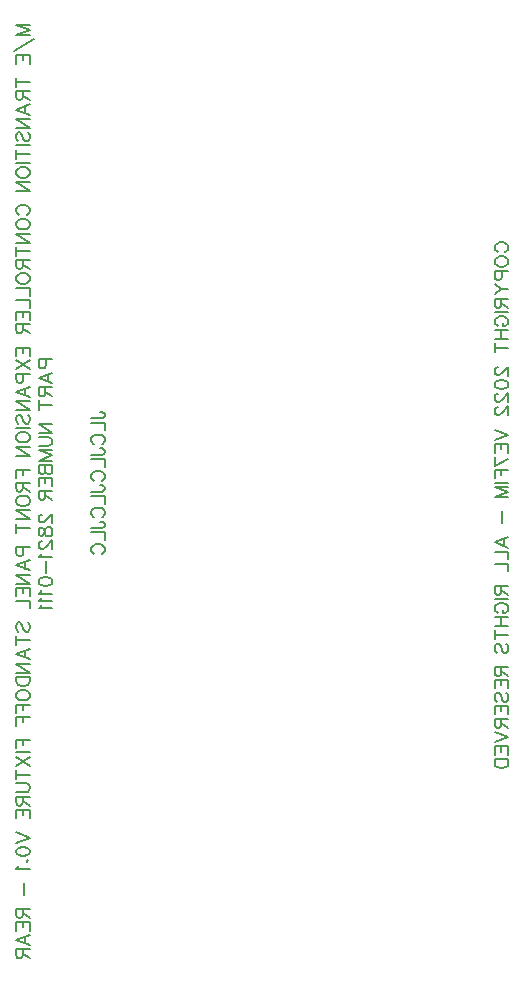
<source format=gbo>
G04 Layer: BottomSilkscreenLayer*
G04 EasyEDA v6.5.29, 2023-07-16 15:11:24*
G04 8e63474119ad402bbd214b4fb5fb20c4,5a6b42c53f6a479593ecc07194224c93,10*
G04 Gerber Generator version 0.2*
G04 Scale: 100 percent, Rotated: No, Reflected: No *
G04 Dimensions in millimeters *
G04 leading zeros omitted , absolute positions ,4 integer and 5 decimal *
%FSLAX45Y45*%
%MOMM*%

%ADD10C,0.2032*%
%ADD11C,0.2030*%

%LPD*%
D10*
X1301310Y7340600D02*
G01*
X1415854Y7340600D01*
X1301310Y7340600D02*
G01*
X1301310Y7291509D01*
X1306763Y7275146D01*
X1312217Y7269690D01*
X1323126Y7264237D01*
X1339491Y7264237D01*
X1350400Y7269690D01*
X1355854Y7275146D01*
X1361310Y7291509D01*
X1361310Y7340600D01*
X1301310Y7184600D02*
G01*
X1415854Y7228235D01*
X1301310Y7184600D02*
G01*
X1415854Y7140963D01*
X1377673Y7211872D02*
G01*
X1377673Y7157328D01*
X1301310Y7104964D02*
G01*
X1415854Y7104964D01*
X1301310Y7104964D02*
G01*
X1301310Y7055873D01*
X1306763Y7039510D01*
X1312217Y7034055D01*
X1323126Y7028601D01*
X1334035Y7028601D01*
X1344945Y7034055D01*
X1350400Y7039510D01*
X1355854Y7055873D01*
X1355854Y7104964D01*
X1355854Y7066782D02*
G01*
X1415854Y7028601D01*
X1301310Y6954418D02*
G01*
X1415854Y6954418D01*
X1301310Y6992599D02*
G01*
X1301310Y6916237D01*
X1301310Y6796237D02*
G01*
X1415854Y6796237D01*
X1301310Y6796237D02*
G01*
X1415854Y6719874D01*
X1301310Y6719874D02*
G01*
X1415854Y6719874D01*
X1301310Y6683872D02*
G01*
X1383126Y6683872D01*
X1399491Y6678419D01*
X1410400Y6667510D01*
X1415854Y6651147D01*
X1415854Y6640238D01*
X1410400Y6623872D01*
X1399491Y6612966D01*
X1383126Y6607510D01*
X1301310Y6607510D01*
X1301310Y6571510D02*
G01*
X1415854Y6571510D01*
X1301310Y6571510D02*
G01*
X1415854Y6527873D01*
X1301310Y6484238D02*
G01*
X1415854Y6527873D01*
X1301310Y6484238D02*
G01*
X1415854Y6484238D01*
X1301310Y6448237D02*
G01*
X1415854Y6448237D01*
X1301310Y6448237D02*
G01*
X1301310Y6399146D01*
X1306763Y6382783D01*
X1312217Y6377330D01*
X1323126Y6371874D01*
X1334035Y6371874D01*
X1344945Y6377330D01*
X1350400Y6382783D01*
X1355854Y6399146D01*
X1355854Y6448237D02*
G01*
X1355854Y6399146D01*
X1361310Y6382783D01*
X1366763Y6377330D01*
X1377673Y6371874D01*
X1394035Y6371874D01*
X1404945Y6377330D01*
X1410400Y6382783D01*
X1415854Y6399146D01*
X1415854Y6448237D01*
X1301310Y6335875D02*
G01*
X1415854Y6335875D01*
X1301310Y6335875D02*
G01*
X1301310Y6264965D01*
X1355854Y6335875D02*
G01*
X1355854Y6292237D01*
X1415854Y6335875D02*
G01*
X1415854Y6264965D01*
X1301310Y6228966D02*
G01*
X1415854Y6228966D01*
X1301310Y6228966D02*
G01*
X1301310Y6179875D01*
X1306763Y6163510D01*
X1312217Y6158057D01*
X1323126Y6152602D01*
X1334035Y6152602D01*
X1344945Y6158057D01*
X1350400Y6163510D01*
X1355854Y6179875D01*
X1355854Y6228966D01*
X1355854Y6190785D02*
G01*
X1415854Y6152602D01*
X1328582Y6027148D02*
G01*
X1323126Y6027148D01*
X1312217Y6021692D01*
X1306763Y6016238D01*
X1301310Y6005329D01*
X1301310Y5983511D01*
X1306763Y5972601D01*
X1312217Y5967148D01*
X1323126Y5961692D01*
X1334035Y5961692D01*
X1344945Y5967148D01*
X1361310Y5978057D01*
X1415854Y6032601D01*
X1415854Y5956239D01*
X1301310Y5892967D02*
G01*
X1306763Y5909330D01*
X1317673Y5914783D01*
X1328582Y5914783D01*
X1339491Y5909330D01*
X1344945Y5898421D01*
X1350400Y5876602D01*
X1355854Y5860239D01*
X1366763Y5849330D01*
X1377673Y5843874D01*
X1394035Y5843874D01*
X1404945Y5849330D01*
X1410400Y5854783D01*
X1415854Y5871149D01*
X1415854Y5892967D01*
X1410400Y5909330D01*
X1404945Y5914783D01*
X1394035Y5920239D01*
X1377673Y5920239D01*
X1366763Y5914783D01*
X1355854Y5903874D01*
X1350400Y5887511D01*
X1344945Y5865693D01*
X1339491Y5854783D01*
X1328582Y5849330D01*
X1317673Y5849330D01*
X1306763Y5854783D01*
X1301310Y5871149D01*
X1301310Y5892967D01*
X1328582Y5802421D02*
G01*
X1323126Y5802421D01*
X1312217Y5796965D01*
X1306763Y5791512D01*
X1301310Y5780603D01*
X1301310Y5758784D01*
X1306763Y5747875D01*
X1312217Y5742421D01*
X1323126Y5736965D01*
X1334035Y5736965D01*
X1344945Y5742421D01*
X1361310Y5753331D01*
X1415854Y5807875D01*
X1415854Y5731512D01*
X1323126Y5695513D02*
G01*
X1317673Y5684603D01*
X1301310Y5668238D01*
X1415854Y5668238D01*
X1366763Y5632239D02*
G01*
X1366763Y5534058D01*
X1301310Y5465330D02*
G01*
X1306763Y5481693D01*
X1323126Y5492602D01*
X1350400Y5498058D01*
X1366763Y5498058D01*
X1394035Y5492602D01*
X1410400Y5481693D01*
X1415854Y5465330D01*
X1415854Y5454421D01*
X1410400Y5438058D01*
X1394035Y5427149D01*
X1366763Y5421693D01*
X1350400Y5421693D01*
X1323126Y5427149D01*
X1306763Y5438058D01*
X1301310Y5454421D01*
X1301310Y5465330D01*
X1323126Y5385694D02*
G01*
X1317673Y5374784D01*
X1301310Y5358422D01*
X1415854Y5358422D01*
X1323126Y5322422D02*
G01*
X1317673Y5311513D01*
X1301310Y5295150D01*
X1415854Y5295150D01*
X1323126Y5259148D02*
G01*
X1317673Y5248239D01*
X1301310Y5231876D01*
X1415854Y5231876D01*
X1745742Y6841489D02*
G01*
X1833118Y6841489D01*
X1849373Y6847078D01*
X1854962Y6852412D01*
X1860295Y6863334D01*
X1860295Y6874255D01*
X1854962Y6885178D01*
X1849373Y6890765D01*
X1833118Y6896100D01*
X1822195Y6896100D01*
X1745742Y6805676D02*
G01*
X1860295Y6805676D01*
X1860295Y6805676D02*
G01*
X1860295Y6740144D01*
X1773173Y6622287D02*
G01*
X1762252Y6627621D01*
X1751329Y6638544D01*
X1745742Y6649465D01*
X1745742Y6671310D01*
X1751329Y6682231D01*
X1762252Y6693154D01*
X1773173Y6698742D01*
X1789429Y6704076D01*
X1816607Y6704076D01*
X1833118Y6698742D01*
X1844039Y6693154D01*
X1854962Y6682231D01*
X1860295Y6671310D01*
X1860295Y6649465D01*
X1854962Y6638544D01*
X1844039Y6627621D01*
X1833118Y6622287D01*
X1745742Y6531863D02*
G01*
X1833118Y6531863D01*
X1849373Y6537197D01*
X1854962Y6542531D01*
X1860295Y6553454D01*
X1860295Y6564376D01*
X1854962Y6575297D01*
X1849373Y6580886D01*
X1833118Y6586220D01*
X1822195Y6586220D01*
X1745742Y6495795D02*
G01*
X1860295Y6495795D01*
X1860295Y6495795D02*
G01*
X1860295Y6430263D01*
X1773173Y6312407D02*
G01*
X1762252Y6317995D01*
X1751329Y6328918D01*
X1745742Y6339839D01*
X1745742Y6361429D01*
X1751329Y6372352D01*
X1762252Y6383273D01*
X1773173Y6388862D01*
X1789429Y6394195D01*
X1816607Y6394195D01*
X1833118Y6388862D01*
X1844039Y6383273D01*
X1854962Y6372352D01*
X1860295Y6361429D01*
X1860295Y6339839D01*
X1854962Y6328918D01*
X1844039Y6317995D01*
X1833118Y6312407D01*
X1745742Y6221984D02*
G01*
X1833118Y6221984D01*
X1849373Y6227318D01*
X1854962Y6232905D01*
X1860295Y6243828D01*
X1860295Y6254750D01*
X1854962Y6265671D01*
X1849373Y6271005D01*
X1833118Y6276339D01*
X1822195Y6276339D01*
X1745742Y6185915D02*
G01*
X1860295Y6185915D01*
X1860295Y6185915D02*
G01*
X1860295Y6120384D01*
X1773173Y6002528D02*
G01*
X1762252Y6008115D01*
X1751329Y6019037D01*
X1745742Y6029960D01*
X1745742Y6051804D01*
X1751329Y6062726D01*
X1762252Y6073647D01*
X1773173Y6078981D01*
X1789429Y6084570D01*
X1816607Y6084570D01*
X1833118Y6078981D01*
X1844039Y6073647D01*
X1854962Y6062726D01*
X1860295Y6051804D01*
X1860295Y6029960D01*
X1854962Y6019037D01*
X1844039Y6008115D01*
X1833118Y6002528D01*
X1745742Y5912104D02*
G01*
X1833118Y5912104D01*
X1849373Y5917437D01*
X1854962Y5923026D01*
X1860295Y5933947D01*
X1860295Y5944870D01*
X1854962Y5955792D01*
X1849373Y5961126D01*
X1833118Y5966713D01*
X1822195Y5966713D01*
X1745742Y5876036D02*
G01*
X1860295Y5876036D01*
X1860295Y5876036D02*
G01*
X1860295Y5810757D01*
X1773173Y5692902D02*
G01*
X1762252Y5698236D01*
X1751329Y5709157D01*
X1745742Y5720079D01*
X1745742Y5741923D01*
X1751329Y5752845D01*
X1762252Y5763768D01*
X1773173Y5769102D01*
X1789429Y5774689D01*
X1816607Y5774689D01*
X1833118Y5769102D01*
X1844039Y5763768D01*
X1854962Y5752845D01*
X1860295Y5741923D01*
X1860295Y5720079D01*
X1854962Y5709157D01*
X1844039Y5698236D01*
X1833118Y5692902D01*
X1110810Y10172700D02*
G01*
X1225354Y10172700D01*
X1110810Y10172700D02*
G01*
X1225354Y10129062D01*
X1110810Y10085428D02*
G01*
X1225354Y10129062D01*
X1110810Y10085428D02*
G01*
X1225354Y10085428D01*
X1088991Y9951245D02*
G01*
X1263535Y10049428D01*
X1110810Y9915245D02*
G01*
X1225354Y9915245D01*
X1110810Y9915245D02*
G01*
X1110810Y9844336D01*
X1165354Y9915245D02*
G01*
X1165354Y9871610D01*
X1225354Y9915245D02*
G01*
X1225354Y9844336D01*
X1110810Y9686155D02*
G01*
X1225354Y9686155D01*
X1110810Y9724336D02*
G01*
X1110810Y9647974D01*
X1110810Y9611974D02*
G01*
X1225354Y9611974D01*
X1110810Y9611974D02*
G01*
X1110810Y9562884D01*
X1116263Y9546518D01*
X1121717Y9541065D01*
X1132626Y9535609D01*
X1143535Y9535609D01*
X1154445Y9541065D01*
X1159901Y9546518D01*
X1165354Y9562884D01*
X1165354Y9611974D01*
X1165354Y9573790D02*
G01*
X1225354Y9535609D01*
X1110810Y9455972D02*
G01*
X1225354Y9499610D01*
X1110810Y9455972D02*
G01*
X1225354Y9412338D01*
X1187173Y9483247D02*
G01*
X1187173Y9428700D01*
X1110810Y9376338D02*
G01*
X1225354Y9376338D01*
X1110810Y9376338D02*
G01*
X1225354Y9299973D01*
X1110810Y9299973D02*
G01*
X1225354Y9299973D01*
X1127173Y9187611D02*
G01*
X1116263Y9198521D01*
X1110810Y9214883D01*
X1110810Y9236702D01*
X1116263Y9253065D01*
X1127173Y9263974D01*
X1138082Y9263974D01*
X1148991Y9258520D01*
X1154445Y9253065D01*
X1159901Y9242155D01*
X1170810Y9209430D01*
X1176263Y9198521D01*
X1181717Y9193065D01*
X1192626Y9187611D01*
X1208991Y9187611D01*
X1219901Y9198521D01*
X1225354Y9214883D01*
X1225354Y9236702D01*
X1219901Y9253065D01*
X1208991Y9263974D01*
X1110810Y9151612D02*
G01*
X1225354Y9151612D01*
X1110810Y9077429D02*
G01*
X1225354Y9077429D01*
X1110810Y9115610D02*
G01*
X1110810Y9039247D01*
X1110810Y9003248D02*
G01*
X1225354Y9003248D01*
X1110810Y8934521D02*
G01*
X1116263Y8945430D01*
X1127173Y8956339D01*
X1138082Y8961793D01*
X1154445Y8967249D01*
X1181717Y8967249D01*
X1198082Y8961793D01*
X1208991Y8956339D01*
X1219901Y8945430D01*
X1225354Y8934521D01*
X1225354Y8912702D01*
X1219901Y8901793D01*
X1208991Y8890883D01*
X1198082Y8885430D01*
X1181717Y8879974D01*
X1154445Y8879974D01*
X1138082Y8885430D01*
X1127173Y8890883D01*
X1116263Y8901793D01*
X1110810Y8912702D01*
X1110810Y8934521D01*
X1110810Y8843975D02*
G01*
X1225354Y8843975D01*
X1110810Y8843975D02*
G01*
X1225354Y8767612D01*
X1110810Y8767612D02*
G01*
X1225354Y8767612D01*
X1138082Y8565794D02*
G01*
X1127173Y8571247D01*
X1116263Y8582157D01*
X1110810Y8593066D01*
X1110810Y8614884D01*
X1116263Y8625794D01*
X1127173Y8636703D01*
X1138082Y8642156D01*
X1154445Y8647612D01*
X1181717Y8647612D01*
X1198082Y8642156D01*
X1208991Y8636703D01*
X1219901Y8625794D01*
X1225354Y8614884D01*
X1225354Y8593066D01*
X1219901Y8582157D01*
X1208991Y8571247D01*
X1198082Y8565794D01*
X1110810Y8497067D02*
G01*
X1116263Y8507976D01*
X1127173Y8518885D01*
X1138082Y8524339D01*
X1154445Y8529794D01*
X1181717Y8529794D01*
X1198082Y8524339D01*
X1208991Y8518885D01*
X1219901Y8507976D01*
X1225354Y8497067D01*
X1225354Y8475248D01*
X1219901Y8464339D01*
X1208991Y8453429D01*
X1198082Y8447976D01*
X1181717Y8442520D01*
X1154445Y8442520D01*
X1138082Y8447976D01*
X1127173Y8453429D01*
X1116263Y8464339D01*
X1110810Y8475248D01*
X1110810Y8497067D01*
X1110810Y8406521D02*
G01*
X1225354Y8406521D01*
X1110810Y8406521D02*
G01*
X1225354Y8330158D01*
X1110810Y8330158D02*
G01*
X1225354Y8330158D01*
X1110810Y8255975D02*
G01*
X1225354Y8255975D01*
X1110810Y8294159D02*
G01*
X1110810Y8217794D01*
X1110810Y8181794D02*
G01*
X1225354Y8181794D01*
X1110810Y8181794D02*
G01*
X1110810Y8132704D01*
X1116263Y8116341D01*
X1121717Y8110885D01*
X1132626Y8105432D01*
X1143535Y8105432D01*
X1154445Y8110885D01*
X1159901Y8116341D01*
X1165354Y8132704D01*
X1165354Y8181794D01*
X1165354Y8143613D02*
G01*
X1225354Y8105432D01*
X1110810Y8036704D02*
G01*
X1116263Y8047614D01*
X1127173Y8058523D01*
X1138082Y8063976D01*
X1154445Y8069432D01*
X1181717Y8069432D01*
X1198082Y8063976D01*
X1208991Y8058523D01*
X1219901Y8047614D01*
X1225354Y8036704D01*
X1225354Y8014886D01*
X1219901Y8003976D01*
X1208991Y7993067D01*
X1198082Y7987614D01*
X1181717Y7982158D01*
X1154445Y7982158D01*
X1138082Y7987614D01*
X1127173Y7993067D01*
X1116263Y8003976D01*
X1110810Y8014886D01*
X1110810Y8036704D01*
X1110810Y7946158D02*
G01*
X1225354Y7946158D01*
X1225354Y7946158D02*
G01*
X1225354Y7880705D01*
X1110810Y7844703D02*
G01*
X1225354Y7844703D01*
X1225354Y7844703D02*
G01*
X1225354Y7779250D01*
X1110810Y7743250D02*
G01*
X1225354Y7743250D01*
X1110810Y7743250D02*
G01*
X1110810Y7672341D01*
X1165354Y7743250D02*
G01*
X1165354Y7699613D01*
X1225354Y7743250D02*
G01*
X1225354Y7672341D01*
X1110810Y7636342D02*
G01*
X1225354Y7636342D01*
X1110810Y7636342D02*
G01*
X1110810Y7587251D01*
X1116263Y7570886D01*
X1121717Y7565433D01*
X1132626Y7559977D01*
X1143535Y7559977D01*
X1154445Y7565433D01*
X1159901Y7570886D01*
X1165354Y7587251D01*
X1165354Y7636342D01*
X1165354Y7598158D02*
G01*
X1225354Y7559977D01*
X1110810Y7439977D02*
G01*
X1225354Y7439977D01*
X1110810Y7439977D02*
G01*
X1110810Y7369068D01*
X1165354Y7439977D02*
G01*
X1165354Y7396342D01*
X1225354Y7439977D02*
G01*
X1225354Y7369068D01*
X1110810Y7333068D02*
G01*
X1225354Y7256706D01*
X1110810Y7256706D02*
G01*
X1225354Y7333068D01*
X1110810Y7220706D02*
G01*
X1225354Y7220706D01*
X1110810Y7220706D02*
G01*
X1110810Y7171616D01*
X1116263Y7155251D01*
X1121717Y7149797D01*
X1132626Y7144341D01*
X1148991Y7144341D01*
X1159901Y7149797D01*
X1165354Y7155251D01*
X1170810Y7171616D01*
X1170810Y7220706D01*
X1110810Y7064705D02*
G01*
X1225354Y7108342D01*
X1110810Y7064705D02*
G01*
X1225354Y7021070D01*
X1187173Y7091979D02*
G01*
X1187173Y7037433D01*
X1110810Y6985071D02*
G01*
X1225354Y6985071D01*
X1110810Y6985071D02*
G01*
X1225354Y6908706D01*
X1110810Y6908706D02*
G01*
X1225354Y6908706D01*
X1127173Y6796344D02*
G01*
X1116263Y6807253D01*
X1110810Y6823616D01*
X1110810Y6845434D01*
X1116263Y6861797D01*
X1127173Y6872706D01*
X1138082Y6872706D01*
X1148991Y6867253D01*
X1154445Y6861797D01*
X1159901Y6850887D01*
X1170810Y6818160D01*
X1176263Y6807253D01*
X1181717Y6801797D01*
X1192626Y6796344D01*
X1208991Y6796344D01*
X1219901Y6807253D01*
X1225354Y6823616D01*
X1225354Y6845434D01*
X1219901Y6861797D01*
X1208991Y6872706D01*
X1110810Y6760342D02*
G01*
X1225354Y6760342D01*
X1110810Y6691617D02*
G01*
X1116263Y6702524D01*
X1127173Y6713433D01*
X1138082Y6718889D01*
X1154445Y6724342D01*
X1181717Y6724342D01*
X1198082Y6718889D01*
X1208991Y6713433D01*
X1219901Y6702524D01*
X1225354Y6691617D01*
X1225354Y6669798D01*
X1219901Y6658889D01*
X1208991Y6647980D01*
X1198082Y6642524D01*
X1181717Y6637070D01*
X1154445Y6637070D01*
X1138082Y6642524D01*
X1127173Y6647980D01*
X1116263Y6658889D01*
X1110810Y6669798D01*
X1110810Y6691617D01*
X1110810Y6601071D02*
G01*
X1225354Y6601071D01*
X1110810Y6601071D02*
G01*
X1225354Y6524706D01*
X1110810Y6524706D02*
G01*
X1225354Y6524706D01*
X1110810Y6404706D02*
G01*
X1225354Y6404706D01*
X1110810Y6404706D02*
G01*
X1110810Y6333797D01*
X1165354Y6404706D02*
G01*
X1165354Y6361071D01*
X1110810Y6297797D02*
G01*
X1225354Y6297797D01*
X1110810Y6297797D02*
G01*
X1110810Y6248707D01*
X1116263Y6232344D01*
X1121717Y6226888D01*
X1132626Y6221435D01*
X1143535Y6221435D01*
X1154445Y6226888D01*
X1159901Y6232344D01*
X1165354Y6248707D01*
X1165354Y6297797D01*
X1165354Y6259616D02*
G01*
X1225354Y6221435D01*
X1110810Y6152708D02*
G01*
X1116263Y6163617D01*
X1127173Y6174526D01*
X1138082Y6179980D01*
X1154445Y6185435D01*
X1181717Y6185435D01*
X1198082Y6179980D01*
X1208991Y6174526D01*
X1219901Y6163617D01*
X1225354Y6152708D01*
X1225354Y6130889D01*
X1219901Y6119980D01*
X1208991Y6109070D01*
X1198082Y6103617D01*
X1181717Y6098161D01*
X1154445Y6098161D01*
X1138082Y6103617D01*
X1127173Y6109070D01*
X1116263Y6119980D01*
X1110810Y6130889D01*
X1110810Y6152708D01*
X1110810Y6062162D02*
G01*
X1225354Y6062162D01*
X1110810Y6062162D02*
G01*
X1225354Y5985799D01*
X1110810Y5985799D02*
G01*
X1225354Y5985799D01*
X1110810Y5911618D02*
G01*
X1225354Y5911618D01*
X1110810Y5949800D02*
G01*
X1110810Y5873435D01*
X1110810Y5753435D02*
G01*
X1225354Y5753435D01*
X1110810Y5753435D02*
G01*
X1110810Y5704344D01*
X1116263Y5687982D01*
X1121717Y5682526D01*
X1132626Y5677072D01*
X1148991Y5677072D01*
X1159901Y5682526D01*
X1165354Y5687982D01*
X1170810Y5704344D01*
X1170810Y5753435D01*
X1110810Y5597436D02*
G01*
X1225354Y5641073D01*
X1110810Y5597436D02*
G01*
X1225354Y5553798D01*
X1187173Y5624708D02*
G01*
X1187173Y5570164D01*
X1110810Y5517799D02*
G01*
X1225354Y5517799D01*
X1110810Y5517799D02*
G01*
X1225354Y5441436D01*
X1110810Y5441436D02*
G01*
X1225354Y5441436D01*
X1110810Y5405437D02*
G01*
X1225354Y5405437D01*
X1110810Y5405437D02*
G01*
X1110810Y5334528D01*
X1165354Y5405437D02*
G01*
X1165354Y5361800D01*
X1225354Y5405437D02*
G01*
X1225354Y5334528D01*
X1110810Y5298528D02*
G01*
X1225354Y5298528D01*
X1225354Y5298528D02*
G01*
X1225354Y5233073D01*
X1127173Y5036710D02*
G01*
X1116263Y5047620D01*
X1110810Y5063982D01*
X1110810Y5085801D01*
X1116263Y5102164D01*
X1127173Y5113073D01*
X1138082Y5113073D01*
X1148991Y5107619D01*
X1154445Y5102164D01*
X1159901Y5091254D01*
X1170810Y5058529D01*
X1176263Y5047620D01*
X1181717Y5042164D01*
X1192626Y5036710D01*
X1208991Y5036710D01*
X1219901Y5047620D01*
X1225354Y5063982D01*
X1225354Y5085801D01*
X1219901Y5102164D01*
X1208991Y5113073D01*
X1110810Y4962527D02*
G01*
X1225354Y4962527D01*
X1110810Y5000711D02*
G01*
X1110810Y4924346D01*
X1110810Y4844709D02*
G01*
X1225354Y4888346D01*
X1110810Y4844709D02*
G01*
X1225354Y4801074D01*
X1187173Y4871984D02*
G01*
X1187173Y4817437D01*
X1110810Y4765075D02*
G01*
X1225354Y4765075D01*
X1110810Y4765075D02*
G01*
X1225354Y4688710D01*
X1110810Y4688710D02*
G01*
X1225354Y4688710D01*
X1110810Y4652711D02*
G01*
X1225354Y4652711D01*
X1110810Y4652711D02*
G01*
X1110810Y4614529D01*
X1116263Y4598164D01*
X1127173Y4587257D01*
X1138082Y4581801D01*
X1154445Y4576348D01*
X1181717Y4576348D01*
X1198082Y4581801D01*
X1208991Y4587257D01*
X1219901Y4598164D01*
X1225354Y4614529D01*
X1225354Y4652711D01*
X1110810Y4507621D02*
G01*
X1116263Y4518530D01*
X1127173Y4529439D01*
X1138082Y4534893D01*
X1154445Y4540346D01*
X1181717Y4540346D01*
X1198082Y4534893D01*
X1208991Y4529439D01*
X1219901Y4518530D01*
X1225354Y4507621D01*
X1225354Y4485802D01*
X1219901Y4474893D01*
X1208991Y4463983D01*
X1198082Y4458530D01*
X1181717Y4453074D01*
X1154445Y4453074D01*
X1138082Y4458530D01*
X1127173Y4463983D01*
X1116263Y4474893D01*
X1110810Y4485802D01*
X1110810Y4507621D01*
X1110810Y4417075D02*
G01*
X1225354Y4417075D01*
X1110810Y4417075D02*
G01*
X1110810Y4346166D01*
X1165354Y4417075D02*
G01*
X1165354Y4373438D01*
X1110810Y4310166D02*
G01*
X1225354Y4310166D01*
X1110810Y4310166D02*
G01*
X1110810Y4239257D01*
X1165354Y4310166D02*
G01*
X1165354Y4266529D01*
X1110810Y4119257D02*
G01*
X1225354Y4119257D01*
X1110810Y4119257D02*
G01*
X1110810Y4048348D01*
X1165354Y4119257D02*
G01*
X1165354Y4075620D01*
X1110810Y4012349D02*
G01*
X1225354Y4012349D01*
X1110810Y3976349D02*
G01*
X1225354Y3899984D01*
X1110810Y3899984D02*
G01*
X1225354Y3976349D01*
X1110810Y3825803D02*
G01*
X1225354Y3825803D01*
X1110810Y3863985D02*
G01*
X1110810Y3787622D01*
X1110810Y3751623D02*
G01*
X1192626Y3751623D01*
X1208991Y3746167D01*
X1219901Y3735257D01*
X1225354Y3718895D01*
X1225354Y3707985D01*
X1219901Y3691623D01*
X1208991Y3680713D01*
X1192626Y3675258D01*
X1110810Y3675258D01*
X1110810Y3639258D02*
G01*
X1225354Y3639258D01*
X1110810Y3639258D02*
G01*
X1110810Y3590168D01*
X1116263Y3573802D01*
X1121717Y3568349D01*
X1132626Y3562896D01*
X1143535Y3562896D01*
X1154445Y3568349D01*
X1159901Y3573802D01*
X1165354Y3590168D01*
X1165354Y3639258D01*
X1165354Y3601077D02*
G01*
X1225354Y3562896D01*
X1110810Y3526894D02*
G01*
X1225354Y3526894D01*
X1110810Y3526894D02*
G01*
X1110810Y3455984D01*
X1165354Y3526894D02*
G01*
X1165354Y3483259D01*
X1225354Y3526894D02*
G01*
X1225354Y3455984D01*
X1110810Y3335985D02*
G01*
X1225354Y3292350D01*
X1110810Y3248713D02*
G01*
X1225354Y3292350D01*
X1110810Y3179986D02*
G01*
X1116263Y3196351D01*
X1132626Y3207260D01*
X1159901Y3212713D01*
X1176263Y3212713D01*
X1203535Y3207260D01*
X1219901Y3196351D01*
X1225354Y3179986D01*
X1225354Y3169076D01*
X1219901Y3152714D01*
X1203535Y3141804D01*
X1176263Y3136351D01*
X1159901Y3136351D01*
X1132626Y3141804D01*
X1116263Y3152714D01*
X1110810Y3169076D01*
X1110810Y3179986D01*
X1198082Y3094896D02*
G01*
X1203535Y3100349D01*
X1208991Y3094896D01*
X1203535Y3089442D01*
X1198082Y3094896D01*
X1132626Y3053440D02*
G01*
X1127173Y3042531D01*
X1110810Y3026168D01*
X1225354Y3026168D01*
X1176263Y2906168D02*
G01*
X1176263Y2807987D01*
X1110810Y2687988D02*
G01*
X1225354Y2687988D01*
X1110810Y2687988D02*
G01*
X1110810Y2638897D01*
X1116263Y2622532D01*
X1121717Y2617078D01*
X1132626Y2611625D01*
X1143535Y2611625D01*
X1154445Y2617078D01*
X1159901Y2622532D01*
X1165354Y2638897D01*
X1165354Y2687988D01*
X1165354Y2649806D02*
G01*
X1225354Y2611625D01*
X1110810Y2575623D02*
G01*
X1225354Y2575623D01*
X1110810Y2575623D02*
G01*
X1110810Y2504714D01*
X1165354Y2575623D02*
G01*
X1165354Y2531988D01*
X1225354Y2575623D02*
G01*
X1225354Y2504714D01*
X1110810Y2425080D02*
G01*
X1225354Y2468714D01*
X1110810Y2425080D02*
G01*
X1225354Y2381443D01*
X1187173Y2452352D02*
G01*
X1187173Y2397805D01*
X1110810Y2345443D02*
G01*
X1225354Y2345443D01*
X1110810Y2345443D02*
G01*
X1110810Y2296353D01*
X1116263Y2279987D01*
X1121717Y2274534D01*
X1132626Y2269078D01*
X1143535Y2269078D01*
X1154445Y2274534D01*
X1159901Y2279987D01*
X1165354Y2296353D01*
X1165354Y2345443D01*
X1165354Y2307262D02*
G01*
X1225354Y2269078D01*
D11*
X5189382Y8249381D02*
G01*
X5178473Y8254837D01*
X5167563Y8265746D01*
X5162110Y8276653D01*
X5162110Y8298472D01*
X5167563Y8309381D01*
X5178473Y8320290D01*
X5189382Y8325746D01*
X5205745Y8331200D01*
X5233017Y8331200D01*
X5249382Y8325746D01*
X5260291Y8320290D01*
X5271201Y8309381D01*
X5276654Y8298472D01*
X5276654Y8276653D01*
X5271201Y8265746D01*
X5260291Y8254837D01*
X5249382Y8249381D01*
X5162110Y8180654D02*
G01*
X5167563Y8191563D01*
X5178473Y8202472D01*
X5189382Y8207928D01*
X5205745Y8213382D01*
X5233017Y8213382D01*
X5249382Y8207928D01*
X5260291Y8202472D01*
X5271201Y8191563D01*
X5276654Y8180654D01*
X5276654Y8158835D01*
X5271201Y8147928D01*
X5260291Y8137019D01*
X5249382Y8131563D01*
X5233017Y8126110D01*
X5205745Y8126110D01*
X5189382Y8131563D01*
X5178473Y8137019D01*
X5167563Y8147928D01*
X5162110Y8158835D01*
X5162110Y8180654D01*
X5162110Y8090110D02*
G01*
X5276654Y8090110D01*
X5162110Y8090110D02*
G01*
X5162110Y8041017D01*
X5167563Y8024655D01*
X5173017Y8019201D01*
X5183926Y8013745D01*
X5200291Y8013745D01*
X5211201Y8019201D01*
X5216654Y8024655D01*
X5222110Y8041017D01*
X5222110Y8090110D01*
X5162110Y7977746D02*
G01*
X5216654Y7934109D01*
X5276654Y7934109D01*
X5162110Y7890474D02*
G01*
X5216654Y7934109D01*
X5162110Y7854472D02*
G01*
X5276654Y7854472D01*
X5162110Y7854472D02*
G01*
X5162110Y7805381D01*
X5167563Y7789019D01*
X5173017Y7783565D01*
X5183926Y7778109D01*
X5194835Y7778109D01*
X5205745Y7783565D01*
X5211201Y7789019D01*
X5216654Y7805381D01*
X5216654Y7854472D01*
X5216654Y7816291D02*
G01*
X5276654Y7778109D01*
X5162110Y7742110D02*
G01*
X5276654Y7742110D01*
X5189382Y7624292D02*
G01*
X5178473Y7629745D01*
X5167563Y7640655D01*
X5162110Y7651564D01*
X5162110Y7673383D01*
X5167563Y7684292D01*
X5178473Y7695201D01*
X5189382Y7700655D01*
X5205745Y7706111D01*
X5233017Y7706111D01*
X5249382Y7700655D01*
X5260291Y7695201D01*
X5271201Y7684292D01*
X5276654Y7673383D01*
X5276654Y7651564D01*
X5271201Y7640655D01*
X5260291Y7629745D01*
X5249382Y7624292D01*
X5233017Y7624292D01*
X5233017Y7651564D02*
G01*
X5233017Y7624292D01*
X5162110Y7588293D02*
G01*
X5276654Y7588293D01*
X5162110Y7511928D02*
G01*
X5276654Y7511928D01*
X5216654Y7588293D02*
G01*
X5216654Y7511928D01*
X5162110Y7437747D02*
G01*
X5276654Y7437747D01*
X5162110Y7475928D02*
G01*
X5162110Y7399566D01*
X5189382Y7274110D02*
G01*
X5183926Y7274110D01*
X5173017Y7268657D01*
X5167563Y7263201D01*
X5162110Y7252291D01*
X5162110Y7230475D01*
X5167563Y7219566D01*
X5173017Y7214110D01*
X5183926Y7208657D01*
X5194835Y7208657D01*
X5205745Y7214110D01*
X5222110Y7225019D01*
X5276654Y7279566D01*
X5276654Y7203201D01*
X5162110Y7134473D02*
G01*
X5167563Y7150839D01*
X5183926Y7161748D01*
X5211201Y7167201D01*
X5227563Y7167201D01*
X5254835Y7161748D01*
X5271201Y7150839D01*
X5276654Y7134473D01*
X5276654Y7123567D01*
X5271201Y7107201D01*
X5254835Y7096292D01*
X5227563Y7090839D01*
X5211201Y7090839D01*
X5183926Y7096292D01*
X5167563Y7107201D01*
X5162110Y7123567D01*
X5162110Y7134473D01*
X5189382Y7049383D02*
G01*
X5183926Y7049383D01*
X5173017Y7043930D01*
X5167563Y7038474D01*
X5162110Y7027565D01*
X5162110Y7005749D01*
X5167563Y6994839D01*
X5173017Y6989384D01*
X5183926Y6983930D01*
X5194835Y6983930D01*
X5205745Y6989384D01*
X5222110Y7000293D01*
X5276654Y7054839D01*
X5276654Y6978474D01*
X5189382Y6937021D02*
G01*
X5183926Y6937021D01*
X5173017Y6931566D01*
X5167563Y6926112D01*
X5162110Y6915203D01*
X5162110Y6893384D01*
X5167563Y6882475D01*
X5173017Y6877022D01*
X5183926Y6871566D01*
X5194835Y6871566D01*
X5205745Y6877022D01*
X5222110Y6887931D01*
X5276654Y6942475D01*
X5276654Y6866112D01*
X5162110Y6746112D02*
G01*
X5276654Y6702475D01*
X5162110Y6658838D02*
G01*
X5276654Y6702475D01*
X5162110Y6622839D02*
G01*
X5276654Y6622839D01*
X5162110Y6622839D02*
G01*
X5162110Y6551929D01*
X5216654Y6622839D02*
G01*
X5216654Y6579204D01*
X5276654Y6622839D02*
G01*
X5276654Y6551929D01*
X5162110Y6439568D02*
G01*
X5276654Y6494111D01*
X5162110Y6515930D02*
G01*
X5162110Y6439568D01*
X5162110Y6403568D02*
G01*
X5276654Y6403568D01*
X5162110Y6403568D02*
G01*
X5162110Y6332659D01*
X5216654Y6403568D02*
G01*
X5216654Y6359931D01*
X5162110Y6296657D02*
G01*
X5276654Y6296657D01*
X5162110Y6260658D02*
G01*
X5276654Y6260658D01*
X5162110Y6260658D02*
G01*
X5276654Y6217023D01*
X5162110Y6173386D02*
G01*
X5276654Y6217023D01*
X5162110Y6173386D02*
G01*
X5276654Y6173386D01*
X5227563Y6053386D02*
G01*
X5227563Y5955205D01*
X5162110Y5791568D02*
G01*
X5276654Y5835205D01*
X5162110Y5791568D02*
G01*
X5276654Y5747933D01*
X5238473Y5818840D02*
G01*
X5238473Y5764296D01*
X5162110Y5711931D02*
G01*
X5276654Y5711931D01*
X5276654Y5711931D02*
G01*
X5276654Y5646478D01*
X5162110Y5610479D02*
G01*
X5276654Y5610479D01*
X5276654Y5610479D02*
G01*
X5276654Y5545023D01*
X5162110Y5425023D02*
G01*
X5276654Y5425023D01*
X5162110Y5425023D02*
G01*
X5162110Y5375932D01*
X5167563Y5359570D01*
X5173017Y5354114D01*
X5183926Y5348660D01*
X5194835Y5348660D01*
X5205745Y5354114D01*
X5211201Y5359570D01*
X5216654Y5375932D01*
X5216654Y5425023D01*
X5216654Y5386842D02*
G01*
X5276654Y5348660D01*
X5162110Y5312661D02*
G01*
X5276654Y5312661D01*
X5189382Y5194843D02*
G01*
X5178473Y5200296D01*
X5167563Y5211206D01*
X5162110Y5222115D01*
X5162110Y5243934D01*
X5167563Y5254843D01*
X5178473Y5265752D01*
X5189382Y5271206D01*
X5205745Y5276659D01*
X5233017Y5276659D01*
X5249382Y5271206D01*
X5260291Y5265752D01*
X5271201Y5254843D01*
X5276654Y5243934D01*
X5276654Y5222115D01*
X5271201Y5211206D01*
X5260291Y5200296D01*
X5249382Y5194843D01*
X5233017Y5194843D01*
X5233017Y5222115D02*
G01*
X5233017Y5194843D01*
X5162110Y5158841D02*
G01*
X5276654Y5158841D01*
X5162110Y5082479D02*
G01*
X5276654Y5082479D01*
X5216654Y5158841D02*
G01*
X5216654Y5082479D01*
X5162110Y5008298D02*
G01*
X5276654Y5008298D01*
X5162110Y5046479D02*
G01*
X5162110Y4970117D01*
X5178473Y4857752D02*
G01*
X5167563Y4868661D01*
X5162110Y4885024D01*
X5162110Y4906843D01*
X5167563Y4923205D01*
X5178473Y4934115D01*
X5189382Y4934115D01*
X5200291Y4928661D01*
X5205745Y4923205D01*
X5211201Y4912296D01*
X5222110Y4879571D01*
X5227563Y4868661D01*
X5233017Y4863205D01*
X5243926Y4857752D01*
X5260291Y4857752D01*
X5271201Y4868661D01*
X5276654Y4885024D01*
X5276654Y4906843D01*
X5271201Y4923205D01*
X5260291Y4934115D01*
X5162110Y4737752D02*
G01*
X5276654Y4737752D01*
X5162110Y4737752D02*
G01*
X5162110Y4688662D01*
X5167563Y4672296D01*
X5173017Y4666843D01*
X5183926Y4661390D01*
X5194835Y4661390D01*
X5205745Y4666843D01*
X5211201Y4672296D01*
X5216654Y4688662D01*
X5216654Y4737752D01*
X5216654Y4699571D02*
G01*
X5276654Y4661390D01*
X5162110Y4625388D02*
G01*
X5276654Y4625388D01*
X5162110Y4625388D02*
G01*
X5162110Y4554479D01*
X5216654Y4625388D02*
G01*
X5216654Y4581753D01*
X5276654Y4625388D02*
G01*
X5276654Y4554479D01*
X5178473Y4442117D02*
G01*
X5167563Y4453026D01*
X5162110Y4469389D01*
X5162110Y4491207D01*
X5167563Y4507570D01*
X5178473Y4518479D01*
X5189382Y4518479D01*
X5200291Y4513026D01*
X5205745Y4507570D01*
X5211201Y4496661D01*
X5222110Y4463935D01*
X5227563Y4453026D01*
X5233017Y4447570D01*
X5243926Y4442117D01*
X5260291Y4442117D01*
X5271201Y4453026D01*
X5276654Y4469389D01*
X5276654Y4491207D01*
X5271201Y4507570D01*
X5260291Y4518479D01*
X5162110Y4406117D02*
G01*
X5276654Y4406117D01*
X5162110Y4406117D02*
G01*
X5162110Y4335208D01*
X5216654Y4406117D02*
G01*
X5216654Y4362480D01*
X5276654Y4406117D02*
G01*
X5276654Y4335208D01*
X5162110Y4299209D02*
G01*
X5276654Y4299209D01*
X5162110Y4299209D02*
G01*
X5162110Y4250118D01*
X5167563Y4233753D01*
X5173017Y4228299D01*
X5183926Y4222843D01*
X5194835Y4222843D01*
X5205745Y4228299D01*
X5211201Y4233753D01*
X5216654Y4250118D01*
X5216654Y4299209D01*
X5216654Y4261025D02*
G01*
X5276654Y4222843D01*
X5162110Y4186844D02*
G01*
X5276654Y4143207D01*
X5162110Y4099572D02*
G01*
X5276654Y4143207D01*
X5162110Y4063573D02*
G01*
X5276654Y4063573D01*
X5162110Y4063573D02*
G01*
X5162110Y3992664D01*
X5216654Y4063573D02*
G01*
X5216654Y4019936D01*
X5276654Y4063573D02*
G01*
X5276654Y3992664D01*
X5162110Y3956662D02*
G01*
X5276654Y3956662D01*
X5162110Y3956662D02*
G01*
X5162110Y3918480D01*
X5167563Y3902118D01*
X5178473Y3891208D01*
X5189382Y3885755D01*
X5205745Y3880299D01*
X5233017Y3880299D01*
X5249382Y3885755D01*
X5260291Y3891208D01*
X5271201Y3902118D01*
X5276654Y3918480D01*
X5276654Y3956662D01*
M02*

</source>
